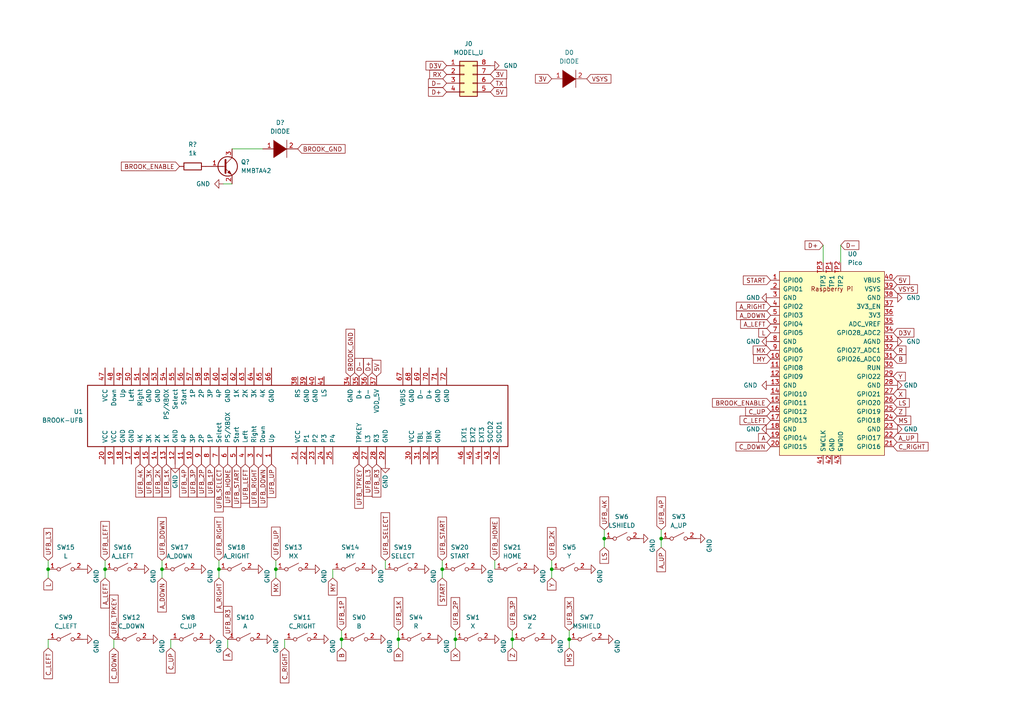
<source format=kicad_sch>
(kicad_sch (version 20211123) (generator eeschema)
  (paper "A4")
  (lib_symbols
    (symbol "Brook:BROOK-UFB" (pin_names (offset 1.016))
      (property "Reference" "U" (at 0 1.27 0))
      (property "Value" "BROOK-UFB" (at 0 -1.27 0))
      (symbol "BROOK-UFB_0_0"
        (rectangle (start -5.08 40.64) (end 12.7 -81.28) (stroke (width 0.254)))
      )
      (symbol "BROOK-UFB_1_0"
        (pin input line (at -10.16 -12.7 0) (length 5.08) (name "Up") (number "1"))
        (pin input line (at -10.16 10.16 0) (length 5.08) (name "3P") (number "10"))
        (pin input line (at -10.16 12.7 0) (length 5.08) (name "4P") (number "11"))
        (pin input line (at -10.16 15.24 0) (length 5.08) (name "GND") (number "12"))
        (pin input line (at -10.16 17.78 0) (length 5.08) (name "1K") (number "13"))
        (pin input line (at -10.16 20.32 0) (length 5.08) (name "2K") (number "14"))
        (pin input line (at -10.16 22.86 0) (length 5.08) (name "3K") (number "15"))
        (pin input line (at -10.16 25.4 0) (length 5.08) (name "4K") (number "16"))
        (pin input line (at -10.16 27.94 0) (length 5.08) (name "GND") (number "17"))
        (pin input line (at -10.16 30.48 0) (length 5.08) (name "GND") (number "18"))
        (pin input line (at -10.16 33.02 0) (length 5.08) (name "VCC") (number "19"))
        (pin input line (at -10.16 -10.16 0) (length 5.08) (name "Down") (number "2"))
        (pin input line (at -10.16 35.56 0) (length 5.08) (name "VCC") (number "20"))
        (pin unspecified line (at -10.16 -20.32 0) (length 5.08) (name "VCC") (number "21"))
        (pin unspecified line (at -10.16 -22.86 0) (length 5.08) (name "P1") (number "22"))
        (pin unspecified line (at -10.16 -25.4 0) (length 5.08) (name "P2") (number "23"))
        (pin unspecified line (at -10.16 -27.94 0) (length 5.08) (name "P3") (number "24"))
        (pin unspecified line (at -10.16 -30.48 0) (length 5.08) (name "P4") (number "25"))
        (pin unspecified line (at -10.16 -38.1 0) (length 5.08) (name "TPKEY") (number "26"))
        (pin unspecified line (at -10.16 -40.64 0) (length 5.08) (name "L3") (number "27"))
        (pin unspecified line (at -10.16 -43.18 0) (length 5.08) (name "R3") (number "28"))
        (pin unspecified line (at -10.16 -45.72 0) (length 5.08) (name "GND") (number "29"))
        (pin input line (at -10.16 -7.62 0) (length 5.08) (name "Right") (number "3"))
        (pin unspecified line (at -10.16 -53.34 0) (length 5.08) (name "VCC") (number "30"))
        (pin unspecified line (at -10.16 -55.88 0) (length 5.08) (name "TBL") (number "31"))
        (pin unspecified line (at -10.16 -58.42 0) (length 5.08) (name "TBK") (number "32"))
        (pin unspecified line (at -10.16 -60.96 0) (length 5.08) (name "GND") (number "33"))
        (pin unspecified line (at 15.24 -35.56 180) (length 2.54) (name "GND") (number "34"))
        (pin unspecified line (at 15.24 -38.1 180) (length 2.54) (name "D+") (number "35"))
        (pin unspecified line (at 15.24 -40.64 180) (length 2.54) (name "D-") (number "36"))
        (pin unspecified line (at 15.24 -43.18 180) (length 2.54) (name "VDD_5V") (number "37"))
        (pin unspecified line (at 15.24 -20.32 180) (length 2.54) (name "RS") (number "38"))
        (pin unspecified line (at 15.24 -22.86 180) (length 2.54) (name "GND") (number "39"))
        (pin input line (at -10.16 -5.08 0) (length 5.08) (name "Left") (number "4"))
        (pin unspecified line (at 15.24 -25.4 180) (length 2.54) (name "GND") (number "40"))
        (pin unspecified line (at 15.24 -27.94 180) (length 2.54) (name "LS") (number "41"))
        (pin unspecified line (at -10.16 -78.74 0) (length 5.08) (name "SOCD1") (number "42"))
        (pin unspecified line (at -10.16 -76.2 0) (length 5.08) (name "SOCD2") (number "43"))
        (pin unspecified line (at -10.16 -73.66 0) (length 5.08) (name "EXT3") (number "44"))
        (pin unspecified line (at -10.16 -71.12 0) (length 5.08) (name "EXT2") (number "45"))
        (pin unspecified line (at -10.16 -68.58 0) (length 5.08) (name "EXT1") (number "46"))
        (pin unspecified line (at 17.78 35.56 180) (length 5.08) (name "VCC") (number "47"))
        (pin unspecified line (at 17.78 33.02 180) (length 5.08) (name "Down") (number "48"))
        (pin unspecified line (at 17.78 30.48 180) (length 5.08) (name "Up") (number "49"))
        (pin input line (at -10.16 -2.54 0) (length 5.08) (name "Start") (number "5"))
        (pin unspecified line (at 17.78 27.94 180) (length 5.08) (name "Left") (number "50"))
        (pin unspecified line (at 17.78 25.4 180) (length 5.08) (name "Right") (number "51"))
        (pin unspecified line (at 17.78 22.86 180) (length 5.08) (name "GND") (number "52"))
        (pin unspecified line (at 17.78 20.32 180) (length 5.08) (name "GND") (number "53"))
        (pin unspecified line (at 17.78 17.78 180) (length 5.08) (name "PS/XBOX") (number "54"))
        (pin unspecified line (at 17.78 15.24 180) (length 5.08) (name "Select") (number "55"))
        (pin unspecified line (at 17.78 12.7 180) (length 5.08) (name "Start") (number "56"))
        (pin unspecified line (at 17.78 10.16 180) (length 5.08) (name "1P") (number "57"))
        (pin unspecified line (at 17.78 7.62 180) (length 5.08) (name "2P") (number "58"))
        (pin unspecified line (at 17.78 5.08 180) (length 5.08) (name "3P") (number "59"))
        (pin input line (at -10.16 0 0) (length 5.08) (name "PS/XBOX") (number "6"))
        (pin unspecified line (at 17.78 2.54 180) (length 5.08) (name "4P") (number "60"))
        (pin unspecified line (at 17.78 0 180) (length 5.08) (name "GND") (number "61"))
        (pin unspecified line (at 17.78 -2.54 180) (length 5.08) (name "1K") (number "62"))
        (pin unspecified line (at 17.78 -5.08 180) (length 5.08) (name "2K") (number "63"))
        (pin unspecified line (at 17.78 -7.62 180) (length 5.08) (name "3K") (number "64"))
        (pin unspecified line (at 17.78 -10.16 180) (length 5.08) (name "4K") (number "65"))
        (pin unspecified line (at 17.78 -12.7 180) (length 5.08) (name "GND") (number "66"))
        (pin unspecified line (at 17.78 -50.8 180) (length 5.08) (name "VBUS") (number "67"))
        (pin unspecified line (at 17.78 -53.34 180) (length 5.08) (name "GND") (number "68"))
        (pin unspecified line (at 17.78 -55.88 180) (length 5.08) (name "D-") (number "69"))
        (pin input line (at -10.16 2.54 0) (length 5.08) (name "Select") (number "7"))
        (pin unspecified line (at 17.78 -58.42 180) (length 5.08) (name "D+") (number "70"))
        (pin unspecified line (at 17.78 -60.96 180) (length 5.08) (name "GND") (number "71"))
        (pin unspecified line (at 17.78 -63.5 180) (length 5.08) (name "GND") (number "72"))
        (pin input line (at -10.16 5.08 0) (length 5.08) (name "1P") (number "8"))
        (pin input line (at -10.16 7.62 0) (length 5.08) (name "2P") (number "9"))
      )
    )
    (symbol "Connector_Generic:Conn_02x04_Counter_Clockwise" (pin_names (offset 1.016) hide)
      (property "Reference" "J" (at 1.27 5.08 0))
      (property "Value" "Conn_02x04_Counter_Clockwise" (at 1.27 -7.62 0))
      (symbol "Conn_02x04_Counter_Clockwise_1_1"
        (rectangle (start -1.27 -4.953) (end 0 -5.207) (stroke (width 0.1524)))
        (rectangle (start -1.27 -2.413) (end 0 -2.667) (stroke (width 0.1524)))
        (rectangle (start -1.27 0.127) (end 0 -0.127) (stroke (width 0.1524)))
        (rectangle (start -1.27 2.667) (end 0 2.413) (stroke (width 0.1524)))
        (rectangle (start -1.27 3.81) (end 3.81 -6.35) (stroke (width 0.254)) (fill (type background)))
        (rectangle (start 3.81 -4.953) (end 2.54 -5.207) (stroke (width 0.1524)))
        (rectangle (start 3.81 -2.413) (end 2.54 -2.667) (stroke (width 0.1524)))
        (rectangle (start 3.81 0.127) (end 2.54 -0.127) (stroke (width 0.1524)))
        (rectangle (start 3.81 2.667) (end 2.54 2.413) (stroke (width 0.1524)))
        (pin passive line (at -5.08 2.54 0) (length 3.81) (name "Pin_1") (number "1"))
        (pin passive line (at -5.08 0 0) (length 3.81) (name "Pin_2") (number "2"))
        (pin passive line (at -5.08 -2.54 0) (length 3.81) (name "Pin_3") (number "3"))
        (pin passive line (at -5.08 -5.08 0) (length 3.81) (name "Pin_4") (number "4"))
        (pin passive line (at 7.62 -5.08 180) (length 3.81) (name "Pin_5") (number "5"))
        (pin passive line (at 7.62 -2.54 180) (length 3.81) (name "Pin_6") (number "6"))
        (pin passive line (at 7.62 0 180) (length 3.81) (name "Pin_7") (number "7"))
        (pin passive line (at 7.62 2.54 180) (length 3.81) (name "Pin_8") (number "8"))
      )
    )
    (symbol "Device:R" (pin_numbers hide) (pin_names (offset 0))
      (property "Reference" "R" (at 2.032 0 90))
      (property "Value" "R" (at 0 0 90))
      (symbol "R_0_1"
        (rectangle (start -1.016 -2.54) (end 1.016 2.54) (stroke (width 0.254)))
      )
      (symbol "R_1_1"
        (pin passive line (at 0 3.81 270) (length 1.27) (name "~") (number "1"))
        (pin passive line (at 0 -3.81 90) (length 1.27) (name "~") (number "2"))
      )
    )
    (symbol "Pi_Pico_W_BIG_TP_HOLE:Pico" (pin_names (offset 1.016))
      (property "Reference" "U" (at -13.97 27.94 0))
      (property "Value" "Pico" (at 0 19.05 0))
      (symbol "Pico_0_0"
        (text "Raspberry Pi" (at 0 21.59 0) (effects (font (size 1.27 1.27))))
      )
      (symbol "Pico_0_1"
        (rectangle (start -15.24 26.67) (end 15.24 -26.67) (fill (type background)))
      )
      (symbol "Pico_1_1"
        (pin bidirectional line (at -17.78 24.13 0) (length 2.54) (name "GPIO0") (number "1"))
        (pin bidirectional line (at -17.78 1.27 0) (length 2.54) (name "GPIO7") (number "10"))
        (pin bidirectional line (at -17.78 -1.27 0) (length 2.54) (name "GPIO8") (number "11"))
        (pin bidirectional line (at -17.78 -3.81 0) (length 2.54) (name "GPIO9") (number "12"))
        (pin power_in line (at -17.78 -6.35 0) (length 2.54) (name "GND") (number "13"))
        (pin bidirectional line (at -17.78 -8.89 0) (length 2.54) (name "GPIO10") (number "14"))
        (pin bidirectional line (at -17.78 -11.43 0) (length 2.54) (name "GPIO11") (number "15"))
        (pin bidirectional line (at -17.78 -13.97 0) (length 2.54) (name "GPIO12") (number "16"))
        (pin bidirectional line (at -17.78 -16.51 0) (length 2.54) (name "GPIO13") (number "17"))
        (pin power_in line (at -17.78 -19.05 0) (length 2.54) (name "GND") (number "18"))
        (pin bidirectional line (at -17.78 -21.59 0) (length 2.54) (name "GPIO14") (number "19"))
        (pin bidirectional line (at -17.78 21.59 0) (length 2.54) (name "GPIO1") (number "2"))
        (pin bidirectional line (at -17.78 -24.13 0) (length 2.54) (name "GPIO15") (number "20"))
        (pin bidirectional line (at 17.78 -24.13 180) (length 2.54) (name "GPIO16") (number "21"))
        (pin bidirectional line (at 17.78 -21.59 180) (length 2.54) (name "GPIO17") (number "22"))
        (pin power_in line (at 17.78 -19.05 180) (length 2.54) (name "GND") (number "23"))
        (pin bidirectional line (at 17.78 -16.51 180) (length 2.54) (name "GPIO18") (number "24"))
        (pin bidirectional line (at 17.78 -13.97 180) (length 2.54) (name "GPIO19") (number "25"))
        (pin bidirectional line (at 17.78 -11.43 180) (length 2.54) (name "GPIO20") (number "26"))
        (pin bidirectional line (at 17.78 -8.89 180) (length 2.54) (name "GPIO21") (number "27"))
        (pin power_in line (at 17.78 -6.35 180) (length 2.54) (name "GND") (number "28"))
        (pin bidirectional line (at 17.78 -3.81 180) (length 2.54) (name "GPIO22") (number "29"))
        (pin power_in line (at -17.78 19.05 0) (length 2.54) (name "GND") (number "3"))
        (pin input line (at 17.78 -1.27 180) (length 2.54) (name "RUN") (number "30"))
        (pin bidirectional line (at 17.78 1.27 180) (length 2.54) (name "GPIO26_ADC0") (number "31"))
        (pin bidirectional line (at 17.78 3.81 180) (length 2.54) (name "GPIO27_ADC1") (number "32"))
        (pin power_in line (at 17.78 6.35 180) (length 2.54) (name "AGND") (number "33"))
        (pin bidirectional line (at 17.78 8.89 180) (length 2.54) (name "GPIO28_ADC2") (number "34"))
        (pin unspecified line (at 17.78 11.43 180) (length 2.54) (name "ADC_VREF") (number "35"))
        (pin unspecified line (at 17.78 13.97 180) (length 2.54) (name "3V3") (number "36"))
        (pin input line (at 17.78 16.51 180) (length 2.54) (name "3V3_EN") (number "37"))
        (pin bidirectional line (at 17.78 19.05 180) (length 2.54) (name "GND") (number "38"))
        (pin unspecified line (at 17.78 21.59 180) (length 2.54) (name "VSYS") (number "39"))
        (pin bidirectional line (at -17.78 16.51 0) (length 2.54) (name "GPIO2") (number "4"))
        (pin unspecified line (at 17.78 24.13 180) (length 2.54) (name "VBUS") (number "40"))
        (pin input line (at -2.54 -29.21 90) (length 2.54) (name "SWCLK") (number "41"))
        (pin power_in line (at 0 -29.21 90) (length 2.54) (name "GND") (number "42"))
        (pin bidirectional line (at 2.54 -29.21 90) (length 2.54) (name "SWDIO") (number "43"))
        (pin bidirectional line (at -17.78 13.97 0) (length 2.54) (name "GPIO3") (number "5"))
        (pin bidirectional line (at -17.78 11.43 0) (length 2.54) (name "GPIO4") (number "6"))
        (pin bidirectional line (at -17.78 8.89 0) (length 2.54) (name "GPIO5") (number "7"))
        (pin power_in line (at -17.78 6.35 0) (length 2.54) (name "GND") (number "8"))
        (pin bidirectional line (at -17.78 3.81 0) (length 2.54) (name "GPIO6") (number "9"))
        (pin unspecified line (at 0 29.21 270) (length 2.54) (name "TP1") (number "TP1"))
        (pin bidirectional line (at 2.54 29.21 270) (length 2.54) (name "TP2") (number "TP2"))
        (pin bidirectional line (at -2.54 29.21 270) (length 2.54) (name "TP3") (number "TP3"))
      )
    )
    (symbol "Switch:SW_SPST" (pin_names (offset 0) hide)
      (property "Reference" "SW" (at 0 3.175 0))
      (property "Value" "SW_SPST" (at 0 -2.54 0))
      (symbol "SW_SPST_0_0"
        (circle (center -2.032 0) (radius 0.508))
        (polyline (pts (xy -1.524 0.254) (xy 1.524 1.778)))
        (circle (center 2.032 0) (radius 0.508))
      )
      (symbol "SW_SPST_1_1"
        (pin passive line (at -5.08 0 0) (length 2.54) (name "A") (number "1"))
        (pin passive line (at 5.08 0 180) (length 2.54) (name "B") (number "2"))
      )
    )
    (symbol "Transistor_BJT:MMBTA42" (pin_names (offset 0) hide)
      (property "Reference" "Q" (at 5.08 1.905 0))
      (property "Value" "MMBTA42" (at 5.08 0 0))
      (symbol "MMBTA42_0_1"
        (polyline (pts (xy 0 0) (xy 0.635 0)))
        (polyline (pts (xy 0.635 0.635) (xy 2.54 2.54)))
        (polyline (pts (xy 0.635 -0.635) (xy 2.54 -2.54) (xy 2.54 -2.54)))
        (polyline (pts (xy 0.635 1.905) (xy 0.635 -1.905) (xy 0.635 -1.905)) (stroke (width 0.508)))
        (polyline (pts (xy 1.27 -1.778) (xy 1.778 -1.27) (xy 2.286 -2.286) (xy 1.27 -1.778) (xy 1.27 -1.778)) (fill (type outline)))
        (circle (center 1.27 0) (radius 2.8194) (stroke (width 0.254)))
      )
      (symbol "MMBTA42_1_1"
        (pin input line (at -5.08 0 0) (length 5.08) (name "B") (number "1"))
        (pin passive line (at 2.54 -5.08 90) (length 2.54) (name "E") (number "2"))
        (pin passive line (at 2.54 5.08 270) (length 2.54) (name "C") (number "3"))
      )
    )
    (symbol "power:GND" (power) (pin_names (offset 0))
      (property "Value" "GND" (at 0 -3.81 0))
      (symbol "GND_0_1"
        (polyline (pts (xy 0 0) (xy 0 -1.27) (xy 1.27 -1.27) (xy 0 -2.54) (xy -1.27 -1.27) (xy 0 -1.27)))
      )
      (symbol "GND_1_1"
        (pin power_in line (at 0 0 270) (length 0) hide (name "GND") (number "1"))
      )
    )
    (symbol "pspice:DIODE" (pin_names (offset 1.016) hide)
      (property "Reference" "D" (at 0 3.81 0))
      (property "Value" "DIODE" (at 0 -4.445 0))
      (symbol "DIODE_0_1"
        (polyline (pts (xy 1.905 2.54) (xy 1.905 -2.54)))
        (polyline (pts (xy -1.905 2.54) (xy -1.905 -2.54) (xy 1.905 0)) (fill (type outline)))
      )
      (symbol "DIODE_1_1"
        (pin input line (at -5.08 0 0) (length 3.81) (name "K") (number "1"))
        (pin input line (at 5.08 0 180) (length 3.81) (name "A") (number "2"))
      )
    )
  )
  (junction (at 46.99 165.1))
  (junction (at 63.5 165.1))
  (junction (at 99.06 185.42))
  (junction (at 13.97 165.1))
  (junction (at 30.48 165.1))
  (junction (at 160.02 165.1))
  (junction (at 191.77 156.21))
  (junction (at 132.08 185.42))
  (junction (at 115.57 185.42))
  (junction (at 165.1 185.42))
  (junction (at 175.26 156.21))
  (junction (at 80.01 165.1))
  (junction (at 148.59 185.42))
  (junction (at 128.27 165.1))
  (wire (pts (xy 13.97 162.56) (xy 13.97 165.1)))
  (wire (pts (xy 175.26 156.21) (xy 175.26 153.67)))
  (wire (pts (xy 132.08 187.96) (xy 132.08 185.42)))
  (wire (pts (xy 148.59 187.96) (xy 148.59 185.42)))
  (wire (pts (xy 67.31 53.34) (xy 64.77 53.34)))
  (wire (pts (xy 96.52 167.64) (xy 96.52 165.1)))
  (wire (pts (xy 46.99 162.56) (xy 46.99 165.1)))
  (wire (pts (xy 111.76 162.56) (xy 111.76 165.1)))
  (wire (pts (xy 63.5 162.56) (xy 63.5 165.1)))
  (wire (pts (xy 191.77 158.75) (xy 191.77 156.21)))
  (wire (pts (xy 99.06 187.96) (xy 99.06 185.42)))
  (wire (pts (xy 13.97 187.96) (xy 13.97 185.42)))
  (wire (pts (xy 76.2 43.18) (xy 67.31 43.18)))
  (wire (pts (xy 66.04 187.96) (xy 66.04 185.42)))
  (wire (pts (xy 49.53 187.96) (xy 49.53 185.42)))
  (wire (pts (xy 99.06 182.88) (xy 99.06 185.42)))
  (wire (pts (xy 132.08 182.88) (xy 132.08 185.42)))
  (wire (pts (xy 115.57 182.88) (xy 115.57 185.42)))
  (wire (pts (xy 143.51 162.56) (xy 143.51 165.1)))
  (wire (pts (xy 63.5 167.64) (xy 63.5 165.1)))
  (wire (pts (xy 148.59 185.42) (xy 148.59 182.88)))
  (wire (pts (xy 80.01 167.64) (xy 80.01 165.1)))
  (wire (pts (xy 80.01 162.56) (xy 80.01 165.1)))
  (wire (pts (xy 33.02 187.96) (xy 33.02 185.42)))
  (wire (pts (xy 165.1 185.42) (xy 165.1 182.88)))
  (wire (pts (xy 128.27 167.64) (xy 128.27 165.1)))
  (wire (pts (xy 46.99 167.64) (xy 46.99 165.1)))
  (wire (pts (xy 30.48 165.1) (xy 30.48 162.56)))
  (wire (pts (xy 243.84 71.12) (xy 243.84 76.2)))
  (wire (pts (xy 30.48 167.64) (xy 30.48 165.1)))
  (wire (pts (xy 175.26 158.75) (xy 175.26 156.21)))
  (wire (pts (xy 13.97 167.64) (xy 13.97 165.1)))
  (wire (pts (xy 238.76 71.12) (xy 238.76 76.2)))
  (wire (pts (xy 160.02 167.64) (xy 160.02 165.1)))
  (wire (pts (xy 115.57 187.96) (xy 115.57 185.42)))
  (wire (pts (xy 160.02 162.56) (xy 160.02 165.1)))
  (wire (pts (xy 128.27 165.1) (xy 128.27 162.56)))
  (wire (pts (xy 191.77 153.67) (xy 191.77 156.21)))
  (wire (pts (xy 82.55 187.96) (xy 82.55 185.42)))
  (wire (pts (xy 165.1 187.96) (xy 165.1 185.42)))
  (global_label "MS" (shape input) (at 259.08 121.92 0) (property "Intersheet References" "${INTERSHEET_REFS}" (effects hide)))
  (global_label "Z" (shape input) (at 148.59 187.96 270) (property "Intersheet References" "${INTERSHEET_REFS}" (effects hide)))
  (global_label "MX" (shape input) (at 223.52 101.6 180) (property "Intersheet References" "${INTERSHEET_REFS}" (effects hide)))
  (global_label "D3V" (shape input) (at 129.54 19.05 180) (property "Intersheet References" "${INTERSHEET_REFS}" (effects hide)))
  (global_label "D+" (shape input) (at 129.54 26.67 180) (property "Intersheet References" "${INTERSHEET_REFS}" (effects hide)))
  (global_label "BROOK_ENABLE" (shape input) (at 52.07 48.26 180) (property "Intersheet References" "${INTERSHEET_REFS}" (effects hide)))
  (global_label "UFB_1K" (shape input) (at 115.57 182.88 90) (property "Intersheet References" "${INTERSHEET_REFS}" (effects hide)))
  (global_label "UFB_TPKEY" (shape input) (at 104.14 134.62 270) (property "Intersheet References" "${INTERSHEET_REFS}" (effects hide)))
  (global_label "UFB_2K" (shape input) (at 160.02 162.56 90) (property "Intersheet References" "${INTERSHEET_REFS}" (effects hide)))
  (global_label "LS" (shape input) (at 175.26 158.75 270) (property "Intersheet References" "${INTERSHEET_REFS}" (effects hide)))
  (global_label "A_DOWN" (shape input) (at 223.52 91.44 180) (property "Intersheet References" "${INTERSHEET_REFS}" (effects hide)))
  (global_label "BROOK_ENABLE" (shape input) (at 223.52 116.84 180) (property "Intersheet References" "${INTERSHEET_REFS}" (effects hide)))
  (global_label "UFB_START" (shape input) (at 128.27 162.56 90) (property "Intersheet References" "${INTERSHEET_REFS}" (effects hide)))
  (global_label "UFB_2P" (shape input) (at 58.42 134.62 270) (property "Intersheet References" "${INTERSHEET_REFS}" (effects hide)))
  (global_label "UFB_RIGHT" (shape input) (at 63.5 162.56 90) (property "Intersheet References" "${INTERSHEET_REFS}" (effects hide)))
  (global_label "A_UP" (shape input) (at 191.77 158.75 270) (property "Intersheet References" "${INTERSHEET_REFS}" (effects hide)))
  (global_label "D+" (shape input) (at 238.76 71.12 180) (property "Intersheet References" "${INTERSHEET_REFS}" (effects hide)))
  (global_label "UFB_1P" (shape input) (at 99.06 182.88 90) (property "Intersheet References" "${INTERSHEET_REFS}" (effects hide)))
  (global_label "A_LEFT" (shape input) (at 30.48 167.64 270) (property "Intersheet References" "${INTERSHEET_REFS}" (effects hide)))
  (global_label "C_UP" (shape input) (at 223.52 119.38 180) (property "Intersheet References" "${INTERSHEET_REFS}" (effects hide)))
  (global_label "UFB_TPKEY" (shape input) (at 33.02 185.42 90) (property "Intersheet References" "${INTERSHEET_REFS}" (effects hide)))
  (global_label "D3V" (shape input) (at 259.08 96.52 0) (property "Intersheet References" "${INTERSHEET_REFS}" (effects hide)))
  (global_label "Y" (shape input) (at 259.08 109.22 0) (property "Intersheet References" "${INTERSHEET_REFS}" (effects hide)))
  (global_label "UFB_L3" (shape input) (at 13.97 162.56 90) (property "Intersheet References" "${INTERSHEET_REFS}" (effects hide)))
  (global_label "MY" (shape input) (at 223.52 104.14 180) (property "Intersheet References" "${INTERSHEET_REFS}" (effects hide)))
  (global_label "BROOK_GND" (shape input) (at 86.36 43.18 0) (property "Intersheet References" "${INTERSHEET_REFS}" (effects hide)))
  (global_label "UFB_L3" (shape input) (at 106.68 134.62 270) (property "Intersheet References" "${INTERSHEET_REFS}" (effects hide)))
  (global_label "L" (shape input) (at 223.52 96.52 180) (property "Intersheet References" "${INTERSHEET_REFS}" (effects hide)))
  (global_label "UFB_3P" (shape input) (at 55.88 134.62 270) (property "Intersheet References" "${INTERSHEET_REFS}" (effects hide)))
  (global_label "3V" (shape input) (at 160.02 22.86 180) (property "Intersheet References" "${INTERSHEET_REFS}" (effects hide)))
  (global_label "UFB_SELECT" (shape input) (at 63.5 134.62 270) (property "Intersheet References" "${INTERSHEET_REFS}" (effects hide)))
  (global_label "C_UP" (shape input) (at 49.53 187.96 270) (property "Intersheet References" "${INTERSHEET_REFS}" (effects hide)))
  (global_label "UFB_4K" (shape input) (at 40.64 134.62 270) (property "Intersheet References" "${INTERSHEET_REFS}" (effects hide)))
  (global_label "D-" (shape input) (at 104.14 109.22 90) (property "Intersheet References" "${INTERSHEET_REFS}" (effects hide)))
  (global_label "R" (shape input) (at 259.08 101.6 0) (property "Intersheet References" "${INTERSHEET_REFS}" (effects hide)))
  (global_label "UFB_1K" (shape input) (at 48.26 134.62 270) (property "Intersheet References" "${INTERSHEET_REFS}" (effects hide)))
  (global_label "3V" (shape input) (at 142.24 21.59 0) (property "Intersheet References" "${INTERSHEET_REFS}" (effects hide)))
  (global_label "VSYS" (shape input) (at 170.18 22.86 0) (property "Intersheet References" "${INTERSHEET_REFS}" (effects hide)))
  (global_label "UFB_4P" (shape input) (at 191.77 153.67 90) (property "Intersheet References" "${INTERSHEET_REFS}" (effects hide)))
  (global_label "5V" (shape input) (at 259.08 81.28 0) (property "Intersheet References" "${INTERSHEET_REFS}" (effects hide)))
  (global_label "UFB_DOWN" (shape input) (at 46.99 162.56 90) (property "Intersheet References" "${INTERSHEET_REFS}" (effects hide)))
  (global_label "X" (shape input) (at 132.08 187.96 270) (property "Intersheet References" "${INTERSHEET_REFS}" (effects hide)))
  (global_label "UFB_DOWN" (shape input) (at 76.2 134.62 270) (property "Intersheet References" "${INTERSHEET_REFS}" (effects hide)))
  (global_label "B" (shape input) (at 99.06 187.96 270) (property "Intersheet References" "${INTERSHEET_REFS}" (effects hide)))
  (global_label "UFB_HOME" (shape input) (at 143.51 162.56 90) (property "Intersheet References" "${INTERSHEET_REFS}" (effects hide)))
  (global_label "UFB_UP" (shape input) (at 80.01 162.56 90) (property "Intersheet References" "${INTERSHEET_REFS}" (effects hide)))
  (global_label "UFB_3P" (shape input) (at 148.59 182.88 90) (property "Intersheet References" "${INTERSHEET_REFS}" (effects hide)))
  (global_label "C_RIGHT" (shape input) (at 259.08 129.54 0) (property "Intersheet References" "${INTERSHEET_REFS}" (effects hide)))
  (global_label "A_RIGHT" (shape input) (at 223.52 88.9 180) (property "Intersheet References" "${INTERSHEET_REFS}" (effects hide)))
  (global_label "UFB_LEFT" (shape input) (at 30.48 162.56 90) (property "Intersheet References" "${INTERSHEET_REFS}" (effects hide)))
  (global_label "BROOK_GND" (shape input) (at 101.6 109.22 90) (property "Intersheet References" "${INTERSHEET_REFS}" (effects hide)))
  (global_label "UFB_3K" (shape input) (at 165.1 182.88 90) (property "Intersheet References" "${INTERSHEET_REFS}" (effects hide)))
  (global_label "A_DOWN" (shape input) (at 46.99 167.64 270) (property "Intersheet References" "${INTERSHEET_REFS}" (effects hide)))
  (global_label "UFB_HOME" (shape input) (at 66.04 134.62 270) (property "Intersheet References" "${INTERSHEET_REFS}" (effects hide)))
  (global_label "X" (shape input) (at 259.08 114.3 0) (property "Intersheet References" "${INTERSHEET_REFS}" (effects hide)))
  (global_label "D+" (shape input) (at 106.68 109.22 90) (property "Intersheet References" "${INTERSHEET_REFS}" (effects hide)))
  (global_label "A_UP" (shape input) (at 259.08 127 0) (property "Intersheet References" "${INTERSHEET_REFS}" (effects hide)))
  (global_label "LS" (shape input) (at 259.08 116.84 0) (property "Intersheet References" "${INTERSHEET_REFS}" (effects hide)))
  (global_label "D-" (shape input) (at 129.54 24.13 180) (property "Intersheet References" "${INTERSHEET_REFS}" (effects hide)))
  (global_label "MY" (shape input) (at 96.52 167.64 270) (property "Intersheet References" "${INTERSHEET_REFS}" (effects hide)))
  (global_label "D-" (shape input) (at 243.84 71.12 0) (property "Intersheet References" "${INTERSHEET_REFS}" (effects hide)))
  (global_label "C_LEFT" (shape input) (at 223.52 121.92 180) (property "Intersheet References" "${INTERSHEET_REFS}" (effects hide)))
  (global_label "UFB_START" (shape input) (at 68.58 134.62 270) (property "Intersheet References" "${INTERSHEET_REFS}" (effects hide)))
  (global_label "L" (shape input) (at 13.97 167.64 270) (property "Intersheet References" "${INTERSHEET_REFS}" (effects hide)))
  (global_label "UFB_SELECT" (shape input) (at 111.76 162.56 90) (property "Intersheet References" "${INTERSHEET_REFS}" (effects hide)))
  (global_label "UFB_3K" (shape input) (at 43.18 134.62 270) (property "Intersheet References" "${INTERSHEET_REFS}" (effects hide)))
  (global_label "C_DOWN" (shape input) (at 33.02 187.96 270) (property "Intersheet References" "${INTERSHEET_REFS}" (effects hide)))
  (global_label "A" (shape input) (at 66.04 187.96 270) (property "Intersheet References" "${INTERSHEET_REFS}" (effects hide)))
  (global_label "Z" (shape input) (at 259.08 119.38 0) (property "Intersheet References" "${INTERSHEET_REFS}" (effects hide)))
  (global_label "VSYS" (shape input) (at 259.08 83.82 0) (property "Intersheet References" "${INTERSHEET_REFS}" (effects hide)))
  (global_label "UFB_2P" (shape input) (at 132.08 182.88 90) (property "Intersheet References" "${INTERSHEET_REFS}" (effects hide)))
  (global_label "A" (shape input) (at 223.52 127 180) (property "Intersheet References" "${INTERSHEET_REFS}" (effects hide)))
  (global_label "C_DOWN" (shape input) (at 223.52 129.54 180) (property "Intersheet References" "${INTERSHEET_REFS}" (effects hide)))
  (global_label "UFB_LEFT" (shape input) (at 71.12 134.62 270) (property "Intersheet References" "${INTERSHEET_REFS}" (effects hide)))
  (global_label "5V" (shape input) (at 109.22 109.22 90) (property "Intersheet References" "${INTERSHEET_REFS}" (effects hide)))
  (global_label "5V" (shape input) (at 142.24 26.67 0) (property "Intersheet References" "${INTERSHEET_REFS}" (effects hide)))
  (global_label "C_LEFT" (shape input) (at 13.97 187.96 270) (property "Intersheet References" "${INTERSHEET_REFS}" (effects hide)))
  (global_label "START" (shape input) (at 223.52 81.28 180) (property "Intersheet References" "${INTERSHEET_REFS}" (effects hide)))
  (global_label "UFB_4P" (shape input) (at 53.34 134.62 270) (property "Intersheet References" "${INTERSHEET_REFS}" (effects hide)))
  (global_label "Y" (shape input) (at 160.02 167.64 270) (property "Intersheet References" "${INTERSHEET_REFS}" (effects hide)))
  (global_label "UFB_1P" (shape input) (at 60.96 134.62 270) (property "Intersheet References" "${INTERSHEET_REFS}" (effects hide)))
  (global_label "C_RIGHT" (shape input) (at 82.55 187.96 270) (property "Intersheet References" "${INTERSHEET_REFS}" (effects hide)))
  (global_label "UFB_UP" (shape input) (at 78.74 134.62 270) (property "Intersheet References" "${INTERSHEET_REFS}" (effects hide)))
  (global_label "MS" (shape input) (at 165.1 187.96 270) (property "Intersheet References" "${INTERSHEET_REFS}" (effects hide)))
  (global_label "UFB_2K" (shape input) (at 45.72 134.62 270) (property "Intersheet References" "${INTERSHEET_REFS}" (effects hide)))
  (global_label "UFB_R3" (shape input) (at 66.04 185.42 90) (property "Intersheet References" "${INTERSHEET_REFS}" (effects hide)))
  (global_label "A_LEFT" (shape input) (at 223.52 93.98 180) (property "Intersheet References" "${INTERSHEET_REFS}" (effects hide)))
  (global_label "B" (shape input) (at 259.08 104.14 0) (property "Intersheet References" "${INTERSHEET_REFS}" (effects hide)))
  (global_label "A_RIGHT" (shape input) (at 63.5 167.64 270) (property "Intersheet References" "${INTERSHEET_REFS}" (effects hide)))
  (global_label "UFB_RIGHT" (shape input) (at 73.66 134.62 270) (property "Intersheet References" "${INTERSHEET_REFS}" (effects hide)))
  (global_label "START" (shape input) (at 128.27 167.64 270) (property "Intersheet References" "${INTERSHEET_REFS}" (effects hide)))
  (global_label "UFB_4K" (shape input) (at 175.26 153.67 90) (property "Intersheet References" "${INTERSHEET_REFS}" (effects hide)))
  (global_label "UFB_R3" (shape input) (at 109.22 134.62 270) (property "Intersheet References" "${INTERSHEET_REFS}" (effects hide)))
  (global_label "TX" (shape input) (at 142.24 24.13 0) (property "Intersheet References" "${INTERSHEET_REFS}" (effects hide)))
  (global_label "MX" (shape input) (at 80.01 167.64 270) (property "Intersheet References" "${INTERSHEET_REFS}" (effects hide)))
  (global_label "RX" (shape input) (at 129.54 21.59 180) (property "Intersheet References" "${INTERSHEET_REFS}" (effects hide)))
  (global_label "R" (shape input) (at 115.57 187.96 270) (property "Intersheet References" "${INTERSHEET_REFS}" (effects hide)))
  (symbol (lib_id "power:GND") (at 50.8 134.62 0) (unit 1)
    (property "Reference" "#PWR?" (effects hide))
    (property "Value" "GND" (at 50.8 139.7 90))
  )
  (symbol (lib_id "power:GND") (at 175.26 185.42 90) (unit 1)
    (property "Reference" "#PWR?" (effects hide))
    (property "Value" "GND" (at 179.07 185.4199 0) (effects (justify right)))
  )
  (symbol (lib_id "pspice:DIODE") (at 81.28 43.18 0) (unit 1)
    (property "Reference" "D?" (at 81.28 35.56 0))
    (property "Value" "DIODE" (at 81.28 38.1 0))
  )
  (symbol (lib_id "power:GND") (at 111.76 134.62 0) (unit 1)
    (property "Reference" "#PWR?" (effects hide))
    (property "Value" "GND" (at 111.76 139.7 90))
  )
  (symbol (lib_id "power:GND") (at 201.93 156.21 90) (unit 1)
    (property "Reference" "#PWR?" (effects hide))
    (property "Value" "GND" (at 205.74 156.2099 0) (effects (justify right)))
  )
  (symbol (lib_id "power:GND") (at 73.66 165.1 90) (unit 1)
    (property "Reference" "#PWR?" (effects hide))
    (property "Value" "GND" (at 77.47 165.0999 0) (effects (justify right)))
  )
  (symbol (lib_id "power:GND") (at 76.2 185.42 90) (unit 1)
    (property "Reference" "#PWR?" (effects hide))
    (property "Value" "GND" (at 80.01 185.4199 0) (effects (justify right)))
  )
  (symbol (lib_id "power:GND") (at 185.42 156.21 90) (unit 1)
    (property "Reference" "#PWR?" (effects hide))
    (property "Value" "GND" (at 189.23 156.2099 0) (effects (justify right)))
  )
  (symbol (lib_id "Switch:SW_SPST") (at 170.18 185.42 0) (unit 1)
    (property "Reference" "SW7" (at 170.18 179.07 0))
    (property "Value" "MSHIELD" (at 170.18 181.61 0))
  )
  (symbol (lib_id "power:GND") (at 259.08 111.76 90) (unit 1)
    (property "Reference" "#PWR?" (effects hide))
    (property "Value" "GND" (at 264.16 111.76 90))
  )
  (symbol (lib_id "power:GND") (at 223.52 111.76 270) (unit 1)
    (property "Reference" "#PWR?" (effects hide))
    (property "Value" "GND" (at 219.71 111.7599 90) (effects (justify right)))
  )
  (symbol (lib_id "Switch:SW_SPST") (at 196.85 156.21 0) (unit 1)
    (property "Reference" "SW3" (at 196.85 149.86 0))
    (property "Value" "A_UP" (at 196.85 152.4 0))
  )
  (symbol (lib_id "power:GND") (at 24.13 185.42 90) (unit 1)
    (property "Reference" "#PWR?" (effects hide))
    (property "Value" "GND" (at 27.94 185.4199 0) (effects (justify right)))
  )
  (symbol (lib_id "power:GND") (at 259.08 124.46 90) (unit 1)
    (property "Reference" "#PWR?" (effects hide))
    (property "Value" "GND" (at 264.16 124.46 90))
  )
  (symbol (lib_id "power:GND") (at 90.17 165.1 90) (unit 1)
    (property "Reference" "#PWR?" (effects hide))
    (property "Value" "GND" (at 93.98 165.0999 0) (effects (justify right)))
  )
  (symbol (lib_id "power:GND") (at 138.43 165.1 90) (unit 1)
    (property "Reference" "#PWR?" (effects hide))
    (property "Value" "GND" (at 142.24 165.0999 0) (effects (justify right)))
  )
  (symbol (lib_id "Switch:SW_SPST") (at 19.05 185.42 0) (unit 1)
    (property "Reference" "SW9" (at 19.05 179.07 0))
    (property "Value" "C_LEFT" (at 19.05 181.61 0))
  )
  (symbol (lib_id "power:GND") (at 170.18 165.1 90) (unit 1)
    (property "Reference" "#PWR?" (effects hide))
    (property "Value" "GND" (at 173.99 165.0999 0) (effects (justify right)))
  )
  (symbol (lib_id "power:GND") (at 223.52 99.06 270) (unit 1)
    (property "Reference" "#PWR?" (effects hide))
    (property "Value" "GND" (at 218.44 99.06 90))
  )
  (symbol (lib_id "power:GND") (at 64.77 53.34 270) (unit 1)
    (property "Reference" "#PWR?" (effects hide))
    (property "Value" "GND" (at 60.96 53.3399 90) (effects (justify right)))
  )
  (symbol (lib_id "power:GND") (at 109.22 185.42 90) (unit 1)
    (property "Reference" "#PWR?" (effects hide))
    (property "Value" "GND" (at 113.03 185.4199 0) (effects (justify right)))
  )
  (symbol (lib_id "power:GND") (at 158.75 185.42 90) (unit 1)
    (property "Reference" "#PWR?" (effects hide))
    (property "Value" "GND" (at 162.56 185.4199 0) (effects (justify right)))
  )
  (symbol (lib_id "power:GND") (at 142.24 19.05 90) (unit 1)
    (property "Reference" "#PWR?" (effects hide))
    (property "Value" "GND" (at 146.05 19.0499 90) (effects (justify right)))
  )
  (symbol (lib_id "pspice:DIODE") (at 165.1 22.86 0) (unit 1)
    (property "Reference" "D0" (at 165.1 15.24 0))
    (property "Value" "DIODE" (at 165.1 17.78 0))
  )
  (symbol (lib_id "Brook:BROOK-UFB") (at 66.04 124.46 90) (unit 1)
    (property "Reference" "U1" (at 24.13 119.3799 90) (effects (justify left)))
    (property "Value" "BROOK-UFB" (at 24.13 121.9199 90) (effects (justify left)))
  )
  (symbol (lib_id "Switch:SW_SPST") (at 35.56 165.1 0) (unit 1)
    (property "Reference" "SW16" (at 35.56 158.75 0))
    (property "Value" "A_LEFT" (at 35.56 161.29 0))
  )
  (symbol (lib_id "power:GND") (at 125.73 185.42 90) (unit 1)
    (property "Reference" "#PWR?" (effects hide))
    (property "Value" "GND" (at 129.54 185.4199 0) (effects (justify right)))
  )
  (symbol (lib_id "power:GND") (at 40.64 165.1 90) (unit 1)
    (property "Reference" "#PWR?" (effects hide))
    (property "Value" "GND" (at 44.45 165.0999 0) (effects (justify right)))
  )
  (symbol (lib_id "power:GND") (at 59.69 185.42 90) (unit 1)
    (property "Reference" "#PWR?" (effects hide))
    (property "Value" "GND" (at 63.5 185.4199 0) (effects (justify right)))
  )
  (symbol (lib_id "Switch:SW_SPST") (at 120.65 185.42 0) (unit 1)
    (property "Reference" "SW4" (at 120.65 179.07 0))
    (property "Value" "R" (at 120.65 181.61 0))
  )
  (symbol (lib_id "Pi_Pico_W_BIG_TP_HOLE:Pico") (at 241.3 105.41 0) (unit 1)
    (property "Reference" "U0" (at 245.8594 73.66 0) (effects (justify left)))
    (property "Value" "Pico" (at 245.8594 76.2 0) (effects (justify left)))
    (property "Footprint" "Pi_Pico_W_BIG_TP_HOLE:Pi_Pico_W_BIG_TP_HOLE" (effects hide))
  )
  (symbol (lib_id "power:GND") (at 43.18 185.42 90) (unit 1)
    (property "Reference" "#PWR?" (effects hide))
    (property "Value" "GND" (at 46.99 185.4199 0) (effects (justify right)))
  )
  (symbol (lib_id "power:GND") (at 57.15 165.1 90) (unit 1)
    (property "Reference" "#PWR?" (effects hide))
    (property "Value" "GND" (at 60.96 165.0999 0) (effects (justify right)))
  )
  (symbol (lib_id "Switch:SW_SPST") (at 85.09 165.1 0) (unit 1)
    (property "Reference" "SW13" (at 85.09 158.75 0))
    (property "Value" "MX" (at 85.09 161.29 0))
  )
  (symbol (lib_id "Switch:SW_SPST") (at 133.35 165.1 0) (unit 1)
    (property "Reference" "SW20" (at 133.35 158.75 0))
    (property "Value" "START" (at 133.35 161.29 0))
  )
  (symbol (lib_id "power:GND") (at 259.08 99.06 90) (unit 1)
    (property "Reference" "#PWR?" (effects hide))
    (property "Value" "GND" (at 262.89 99.0599 90) (effects (justify right)))
  )
  (symbol (lib_id "power:GND") (at 92.71 185.42 90) (unit 1)
    (property "Reference" "#PWR?" (effects hide))
    (property "Value" "GND" (at 96.52 185.4199 0) (effects (justify right)))
  )
  (symbol (lib_id "Switch:SW_SPST") (at 153.67 185.42 0) (unit 1)
    (property "Reference" "SW2" (at 153.67 179.07 0))
    (property "Value" "Z" (at 153.67 181.61 0))
  )
  (symbol (lib_id "power:GND") (at 153.67 165.1 90) (unit 1)
    (property "Reference" "#PWR?" (effects hide))
    (property "Value" "GND" (at 157.48 165.0999 0) (effects (justify right)))
  )
  (symbol (lib_id "Switch:SW_SPST") (at 104.14 185.42 0) (unit 1)
    (property "Reference" "SW0" (at 104.14 179.07 0))
    (property "Value" "B" (at 104.14 181.61 0))
  )
  (symbol (lib_id "Transistor_BJT:MMBTA42") (at 64.77 48.26 0) (unit 1)
    (property "Reference" "Q?" (at 69.85 46.9899 0) (effects (justify left)))
    (property "Value" "MMBTA42" (at 69.85 49.5299 0) (effects (justify left)))
    (property "Footprint" "Package_TO_SOT_SMD:SOT-23" (effects hide))
    (property "Datasheet" "https://www.onsemi.com/pub/Collateral/MMBTA42LT1-D.PDF" (effects hide))
  )
  (symbol (lib_id "Switch:SW_SPST") (at 116.84 165.1 0) (unit 1)
    (property "Reference" "SW19" (at 116.84 158.75 0))
    (property "Value" "SELECT" (at 116.84 161.29 0))
  )
  (symbol (lib_id "Switch:SW_SPST") (at 38.1 185.42 0) (unit 1)
    (property "Reference" "SW12" (at 38.1 179.07 0))
    (property "Value" "C_DOWN" (at 38.1 181.61 0))
  )
  (symbol (lib_id "power:GND") (at 142.24 185.42 90) (unit 1)
    (property "Reference" "#PWR?" (effects hide))
    (property "Value" "GND" (at 146.05 185.4199 0) (effects (justify right)))
  )
  (symbol (lib_id "Switch:SW_SPST") (at 19.05 165.1 0) (unit 1)
    (property "Reference" "SW15" (at 19.05 158.75 0))
    (property "Value" "L" (at 19.05 161.29 0))
  )
  (symbol (lib_id "power:GND") (at 223.52 86.36 270) (unit 1)
    (property "Reference" "#PWR?" (effects hide))
    (property "Value" "GND" (at 218.44 86.36 90))
  )
  (symbol (lib_id "power:GND") (at 106.68 165.1 90) (unit 1)
    (property "Reference" "#PWR?" (effects hide))
    (property "Value" "GND" (at 110.49 165.0999 0) (effects (justify right)))
  )
  (symbol (lib_id "Switch:SW_SPST") (at 71.12 185.42 0) (unit 1)
    (property "Reference" "SW10" (at 71.12 179.07 0))
    (property "Value" "A" (at 71.12 181.61 0))
  )
  (symbol (lib_id "Connector_Generic:Conn_02x04_Counter_Clockwise") (at 134.62 21.59 0) (unit 1)
    (property "Reference" "J0" (at 135.89 12.7 0))
    (property "Value" "MODEL_U" (at 135.89 15.24 0))
  )
  (symbol (lib_id "Switch:SW_SPST") (at 137.16 185.42 0) (unit 1)
    (property "Reference" "SW1" (at 137.16 179.07 0))
    (property "Value" "X" (at 137.16 181.61 0))
  )
  (symbol (lib_id "Switch:SW_SPST") (at 52.07 165.1 0) (unit 1)
    (property "Reference" "SW17" (at 52.07 158.75 0))
    (property "Value" "A_DOWN" (at 52.07 161.29 0))
  )
  (symbol (lib_id "Switch:SW_SPST") (at 165.1 165.1 0) (unit 1)
    (property "Reference" "SW5" (at 165.1 158.75 0))
    (property "Value" "Y" (at 165.1 161.29 0))
  )
  (symbol (lib_id "Switch:SW_SPST") (at 101.6 165.1 0) (unit 1)
    (property "Reference" "SW14" (at 101.6 158.75 0))
    (property "Value" "MY" (at 101.6 161.29 0))
  )
  (symbol (lib_id "power:GND") (at 121.92 165.1 90) (unit 1)
    (property "Reference" "#PWR?" (effects hide))
    (property "Value" "GND" (at 125.73 165.0999 0) (effects (justify right)))
  )
  (symbol (lib_id "Switch:SW_SPST") (at 180.34 156.21 0) (unit 1)
    (property "Reference" "SW6" (at 180.34 149.86 0))
    (property "Value" "LSHIELD" (at 180.34 152.4 0))
  )
  (symbol (lib_id "Switch:SW_SPST") (at 68.58 165.1 0) (unit 1)
    (property "Reference" "SW18" (at 68.58 158.75 0))
    (property "Value" "A_RIGHT" (at 68.58 161.29 0))
  )
  (symbol (lib_id "Switch:SW_SPST") (at 148.59 165.1 0) (unit 1)
    (property "Reference" "SW21" (at 148.59 158.75 0))
    (property "Value" "HOME" (at 148.59 161.29 0))
  )
  (symbol (lib_id "power:GND") (at 223.52 124.46 270) (unit 1)
    (property "Reference" "#PWR?" (effects hide))
    (property "Value" "GND" (at 218.44 124.46 90))
  )
  (symbol (lib_id "Switch:SW_SPST") (at 54.61 185.42 0) (unit 1)
    (property "Reference" "SW8" (at 54.61 179.07 0))
    (property "Value" "C_UP" (at 54.61 181.61 0))
  )
  (symbol (lib_id "power:GND") (at 259.08 86.36 90) (unit 1)
    (property "Reference" "#PWR?" (effects hide))
    (property "Value" "GND" (at 262.89 86.3599 90) (effects (justify right)))
  )
  (symbol (lib_id "Switch:SW_SPST") (at 87.63 185.42 0) (unit 1)
    (property "Reference" "SW11" (at 87.63 179.07 0))
    (property "Value" "C_RIGHT" (at 87.63 181.61 0))
  )
  (symbol (lib_id "power:GND") (at 24.13 165.1 90) (unit 1)
    (property "Reference" "#PWR?" (effects hide))
    (property "Value" "GND" (at 27.94 165.0999 0) (effects (justify right)))
  )
  (symbol (lib_id "Device:R") (at 55.88 48.26 90) (unit 1)
    (property "Reference" "R?" (at 55.88 41.91 90))
    (property "Value" "1k" (at 55.88 44.45 90))
  )
)
</source>
